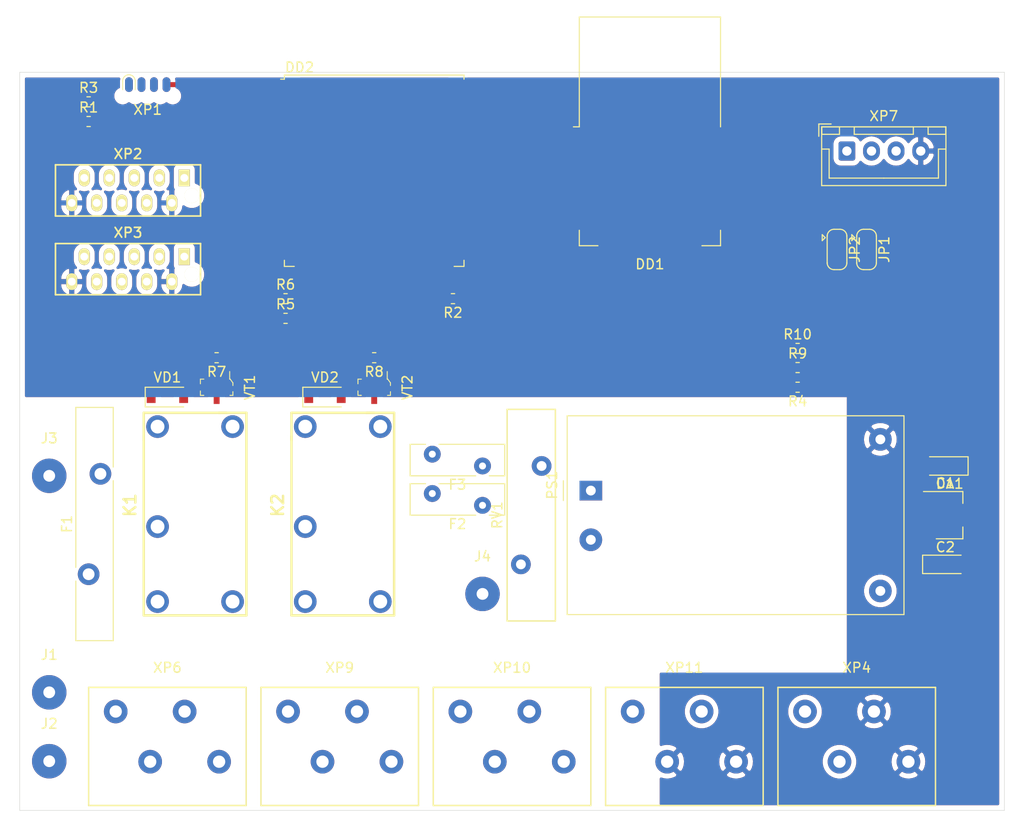
<source format=kicad_pcb>
(kicad_pcb (version 20171130) (host pcbnew 5.1.4+dfsg1-1)
  (title_block (title roller-controller) (company VEHQ) (comment 1 VEHQ-ROLLER-COTORLLER-V1) (comment 2 "Ermakov V.A.") (comment 3 "Ermakov V.A."))
  (layers (0 F.Cu signal) (31 B.Cu signal) (34 B.Paste user) (35 F.Paste user) (36 B.SilkS user) (37 F.SilkS user) (38 B.Mask user) (39 F.Mask user) (44 Edge.Cuts user))
  (net 0 "")
  (net 1 GND)
  (net 2 +5V)
  (net 3 +3V3)
  (net 4 /CC_TXD)
  (net 5 /CC_RXD)
  (net 6 /~CC_RST)
  (net 7 /CC_CFG0)
  (net 8 /CC_DC)
  (net 9 /CC_DD)
  (net 10 /CC_CFG1)
  (net 11 ~RESET)
  (net 12 BLK2)
  (net 13 ~RSNS)
  (net 14 D_BUSY)
  (net 15 BLK1)
  (net 16 D_DC)
  (net 17 ~S2_RST)
  (net 18 S2_ISR)
  (net 19 SCK)
  (net 20 MISO)
  (net 21 MOSI)
  (net 22 ~S2_CS)
  (net 23 GPIO2)
  (net 24 GPIO0)
  (net 25 /GPIO4)
  (net 26 PZ_RX)
  (net 27 ESP_RX)
  (net 28 ESP_TX)
  (net 29 PZ_TX)
  (net 30 ~D_CS)
  (net 31 K1_l)
  (net 32 /L_m)
  (net 33 /L_m2)
  (net 34 /L_lock1_2)
  (net 35 /L_m1)
  (net 36 K2_l)
  (net 37 /L_sp)
  (net 38 /N_c)
  (net 39 /N)
  (net 40 /L)
  (net 41 /L_c)
  (net 42 /L_sens)
  (net 43 Earth_Protective)
  (module Capacitor_Tantalum_SMD:CP_EIA-3216-10_Kemet-I (layer F.Cu) (at 194 140 180)
    (fp_text reference C1 (at 0 -1.75) (layer F.SilkS))
    (fp_text value 10.0)
    (fp_line (start -2.31 0.935) (end 1.6 0.935) (layer F.SilkS) (width 0.12))
    (fp_line (start -2.31 -0.935) (end -2.31 0.935) (layer F.SilkS) (width 0.12))
    (fp_line (start 1.6 -0.935) (end -2.31 -0.935) (layer F.SilkS) (width 0.12))
    (pad 2 smd roundrect (at 1.35 0 180) (size 1.4 1.35) (layers F.Cu F.Paste F.Mask) (roundrect_rratio 0.185185) (net 1 GND))
    (pad 1 smd roundrect (at -1.35 0 180) (size 1.4 1.35) (layers F.Cu F.Paste F.Mask) (roundrect_rratio 0.185185) (net 2 +5V))
  )
  (module Capacitor_Tantalum_SMD:CP_EIA-3216-10_Kemet-I (layer F.Cu) (at 194 150)
    (fp_text reference C2 (at 0 -1.75) (layer F.SilkS))
    (fp_text value 10.0)
    (fp_line (start 1.6 -0.935) (end -2.31 -0.935) (layer F.SilkS) (width 0.12))
    (fp_line (start -2.31 -0.935) (end -2.31 0.935) (layer F.SilkS) (width 0.12))
    (fp_line (start -2.31 0.935) (end 1.6 0.935) (layer F.SilkS) (width 0.12))
    (pad 1 smd roundrect (at -1.35 0) (size 1.4 1.35) (layers F.Cu F.Paste F.Mask) (roundrect_rratio 0.185185) (net 3 +3V3))
    (pad 2 smd roundrect (at 1.35 0) (size 1.4 1.35) (layers F.Cu F.Paste F.Mask) (roundrect_rratio 0.185185) (net 1 GND))
  )
  (module Package_TO_SOT_SMD:SOT-89-3 (layer F.Cu) (at 194 145)
    (fp_text reference DA1 (at 0.45 -3.2) (layer F.SilkS))
    (fp_text value HT7333-A)
    (fp_line (start 1.78 1.2) (end 1.78 2.4) (layer F.SilkS) (width 0.12))
    (fp_line (start 1.78 2.4) (end -0.92 2.4) (layer F.SilkS) (width 0.12))
    (fp_line (start -2.22 -2.4) (end 1.78 -2.4) (layer F.SilkS) (width 0.12))
    (fp_line (start 1.78 -2.4) (end 1.78 -1.2) (layer F.SilkS) (width 0.12))
    (pad 2 smd trapezoid (at 2.667 0 270) (size 1.6 0.85) (rect_delta 0 0.6) (layers F.Cu F.Paste F.Mask) (net 2 +5V))
    (pad 1 smd rect (at -1.48 -1.5 270) (size 1 1.5) (layers F.Cu F.Paste F.Mask) (net 1 GND))
    (pad 2 smd rect (at -1.3335 0 270) (size 1 1.8) (layers F.Cu F.Paste F.Mask) (net 2 +5V))
    (pad 3 smd rect (at -1.48 1.5 270) (size 1 1.5) (layers F.Cu F.Paste F.Mask) (net 3 +3V3))
    (pad 2 smd rect (at 1.3335 0 270) (size 2.2 1.84) (layers F.Cu F.Paste F.Mask) (net 2 +5V))
    (pad 2 smd trapezoid (at -0.0762 0 90) (size 1.5 1) (rect_delta 0 0.7) (layers F.Cu F.Paste F.Mask) (net 2 +5V))
  )
  (module RF_Module:E18-MS1-PCB (layer F.Cu) (at 164 106)
    (fp_text reference DD1 (at 0 13.5 180) (layer F.SilkS))
    (fp_text value E18-MS1-PCB)
    (fp_line (start -7.17 11.62) (end -7.17 10.05) (layer F.SilkS) (width 0.12))
    (fp_line (start -7.17 11.62) (end -5.28 11.62) (layer F.SilkS) (width 0.12))
    (fp_line (start 5.28 11.62) (end 7.17 11.62) (layer F.SilkS) (width 0.12))
    (fp_line (start 7.17 11.62) (end 7.17 10.05) (layer F.SilkS) (width 0.12))
    (fp_line (start 7.17 -0.46) (end 7.17 -11.62) (layer F.SilkS) (width 0.12))
    (fp_line (start 7.17 -11.62) (end -7.17 -11.62) (layer F.SilkS) (width 0.12))
    (fp_line (start -7.17 -11.62) (end -7.17 -0.46) (layer F.SilkS) (width 0.12))
    (fp_line (start -7.17 -0.46) (end -7.77 -0.46) (layer F.SilkS) (width 0.12))
    (pad 17 smd rect (at 7.05 9.24 90) (size 0.7 2) (layers F.Cu F.Paste F.Mask))
    (pad 18 smd rect (at 7.05 7.97 90) (size 0.7 2) (layers F.Cu F.Paste F.Mask))
    (pad 19 smd rect (at 7.05 6.7 90) (size 0.7 2) (layers F.Cu F.Paste F.Mask))
    (pad 20 smd rect (at 7.05 5.43 90) (size 0.7 2) (layers F.Cu F.Paste F.Mask) (net 4 /CC_TXD))
    (pad 21 smd rect (at 7.05 4.16 90) (size 0.7 2) (layers F.Cu F.Paste F.Mask) (net 5 /CC_RXD))
    (pad 22 smd rect (at 7.05 2.89 90) (size 0.7 2) (layers F.Cu F.Paste F.Mask))
    (pad 23 smd rect (at 7.05 1.62 90) (size 0.7 2) (layers F.Cu F.Paste F.Mask))
    (pad 24 smd rect (at 7.05 0.35 90) (size 0.7 2) (layers F.Cu F.Paste F.Mask) (net 6 /~CC_RST))
    (pad 9 smd rect (at -4.46 11.5 180) (size 0.7 2) (layers F.Cu F.Paste F.Mask))
    (pad 10 smd rect (at -3.19 11.5 180) (size 0.7 2) (layers F.Cu F.Paste F.Mask))
    (pad 11 smd rect (at -1.92 11.5 180) (size 0.7 2) (layers F.Cu F.Paste F.Mask))
    (pad 12 smd rect (at -0.65 11.5 180) (size 0.7 2) (layers F.Cu F.Paste F.Mask))
    (pad 13 smd rect (at 0.62 11.5 180) (size 0.7 2) (layers F.Cu F.Paste F.Mask) (net 7 /CC_CFG0))
    (pad 14 smd rect (at 1.89 11.5 180) (size 0.7 2) (layers F.Cu F.Paste F.Mask))
    (pad 15 smd rect (at 3.16 11.5 180) (size 0.7 2) (layers F.Cu F.Paste F.Mask))
    (pad 16 smd rect (at 4.43 11.5 180) (size 0.7 2) (layers F.Cu F.Paste F.Mask))
    (pad 1 smd rect (at -7.05 0.35 270) (size 0.7 2) (layers F.Cu F.Paste F.Mask) (net 1 GND))
    (pad 2 smd rect (at -7.05 1.62 270) (size 0.7 2) (layers F.Cu F.Paste F.Mask) (net 3 +3V3))
    (pad 3 smd rect (at -7.05 2.89 270) (size 0.7 2) (layers F.Cu F.Paste F.Mask) (net 8 /CC_DC))
    (pad 4 smd rect (at -7.05 4.16 270) (size 0.7 2) (layers F.Cu F.Paste F.Mask) (net 9 /CC_DD))
    (pad 5 smd rect (at -7.05 5.43 270) (size 0.7 2) (layers F.Cu F.Paste F.Mask) (net 10 /CC_CFG1))
    (pad 6 smd rect (at -7.05 6.7 270) (size 0.7 2) (layers F.Cu F.Paste F.Mask))
    (pad 7 smd rect (at -7.05 7.97 270) (size 0.7 2) (layers F.Cu F.Paste F.Mask))
    (pad 8 smd rect (at -7.05 9.24 270) (size 0.7 2) (layers F.Cu F.Paste F.Mask))
  )
  (module RF_Module:ESP32-WROOM-32U (layer F.Cu) (at 136 110)
    (fp_text reference DD2 (at -7.58 -10.5 180) (layer F.SilkS))
    (fp_text value ESP32-WROOM-32U)
    (fp_line (start -9.12 9.1) (end -9.12 9.72) (layer F.SilkS) (width 0.12))
    (fp_line (start -9.12 9.72) (end -8.12 9.72) (layer F.SilkS) (width 0.12))
    (fp_line (start 9.12 9.1) (end 9.12 9.72) (layer F.SilkS) (width 0.12))
    (fp_line (start 9.12 9.72) (end 8.12 9.72) (layer F.SilkS) (width 0.12))
    (fp_line (start -9.12 -9.72) (end 9.12 -9.72) (layer F.SilkS) (width 0.12))
    (fp_line (start 9.12 -9.72) (end 9.12 -9.3) (layer F.SilkS) (width 0.12))
    (fp_line (start -9.12 -9.72) (end -9.12 -9.3) (layer F.SilkS) (width 0.12))
    (fp_line (start -9.12 -9.3) (end -9.5 -9.3) (layer F.SilkS) (width 0.12))
    (pad 39 smd rect (at -1 -0.755) (size 5 5) (layers F.Cu F.Paste F.Mask))
    (pad 1 smd rect (at -8.5 -8.255) (size 2 0.9) (layers F.Cu F.Paste F.Mask) (net 1 GND))
    (pad 2 smd rect (at -8.5 -6.985) (size 2 0.9) (layers F.Cu F.Paste F.Mask) (net 3 +3V3))
    (pad 3 smd rect (at -8.5 -5.715) (size 2 0.9) (layers F.Cu F.Paste F.Mask) (net 11 ~RESET))
    (pad 4 smd rect (at -8.5 -4.445) (size 2 0.9) (layers F.Cu F.Paste F.Mask))
    (pad 5 smd rect (at -8.5 -3.175) (size 2 0.9) (layers F.Cu F.Paste F.Mask))
    (pad 6 smd rect (at -8.5 -1.905) (size 2 0.9) (layers F.Cu F.Paste F.Mask) (net 12 BLK2))
    (pad 7 smd rect (at -8.5 -0.635) (size 2 0.9) (layers F.Cu F.Paste F.Mask) (net 13 ~RSNS))
    (pad 8 smd rect (at -8.5 0.635) (size 2 0.9) (layers F.Cu F.Paste F.Mask) (net 14 D_BUSY))
    (pad 9 smd rect (at -8.5 1.905) (size 2 0.9) (layers F.Cu F.Paste F.Mask) (net 15 BLK1))
    (pad 10 smd rect (at -8.5 3.175) (size 2 0.9) (layers F.Cu F.Paste F.Mask) (net 16 D_DC))
    (pad 11 smd rect (at -8.5 4.445) (size 2 0.9) (layers F.Cu F.Paste F.Mask) (net 17 ~S2_RST))
    (pad 12 smd rect (at -8.5 5.715) (size 2 0.9) (layers F.Cu F.Paste F.Mask) (net 18 S2_ISR))
    (pad 13 smd rect (at -8.5 6.985) (size 2 0.9) (layers F.Cu F.Paste F.Mask) (net 19 SCK))
    (pad 14 smd rect (at -8.5 8.255) (size 2 0.9) (layers F.Cu F.Paste F.Mask) (net 20 MISO))
    (pad 15 smd rect (at -5.715 9.255 270) (size 2 0.9) (layers F.Cu F.Paste F.Mask) (net 1 GND))
    (pad 16 smd rect (at -4.445 9.255 90) (size 2 0.9) (layers F.Cu F.Paste F.Mask) (net 21 MOSI))
    (pad 17 smd rect (at -3.175 9.255 90) (size 2 0.9) (layers F.Cu F.Paste F.Mask))
    (pad 18 smd rect (at -1.905 9.255 90) (size 2 0.9) (layers F.Cu F.Paste F.Mask))
    (pad 19 smd rect (at -0.635 9.255 90) (size 2 0.9) (layers F.Cu F.Paste F.Mask))
    (pad 20 smd rect (at 0.635 9.255 90) (size 2 0.9) (layers F.Cu F.Paste F.Mask))
    (pad 21 smd rect (at 1.905 9.255 90) (size 2 0.9) (layers F.Cu F.Paste F.Mask))
    (pad 22 smd rect (at 3.175 9.255 90) (size 2 0.9) (layers F.Cu F.Paste F.Mask))
    (pad 23 smd rect (at 4.445 9.255 90) (size 2 0.9) (layers F.Cu F.Paste F.Mask) (net 22 ~S2_CS))
    (pad 24 smd rect (at 5.715 9.255 90) (size 2 0.9) (layers F.Cu F.Paste F.Mask) (net 23 GPIO2))
    (pad 25 smd rect (at 8.5 8.255) (size 2 0.9) (layers F.Cu F.Paste F.Mask) (net 24 GPIO0))
    (pad 26 smd rect (at 8.5 6.985) (size 2 0.9) (layers F.Cu F.Paste F.Mask) (net 25 /GPIO4))
    (pad 27 smd rect (at 8.5 5.715) (size 2 0.9) (layers F.Cu F.Paste F.Mask) (net 4 /CC_TXD))
    (pad 28 smd rect (at 8.5 4.445) (size 2 0.9) (layers F.Cu F.Paste F.Mask) (net 5 /CC_RXD))
    (pad 29 smd rect (at 8.5 3.175) (size 2 0.9) (layers F.Cu F.Paste F.Mask) (net 6 /~CC_RST))
    (pad 30 smd rect (at 8.5 1.905) (size 2 0.9) (layers F.Cu F.Paste F.Mask) (net 8 /CC_DC))
    (pad 31 smd rect (at 8.5 0.635) (size 2 0.9) (layers F.Cu F.Paste F.Mask) (net 9 /CC_DD))
    (pad 32 smd rect (at 8.5 -0.635) (size 2 0.9) (layers F.Cu F.Paste F.Mask))
    (pad 33 smd rect (at 8.5 -1.905) (size 2 0.9) (layers F.Cu F.Paste F.Mask) (net 26 PZ_RX))
    (pad 34 smd rect (at 8.5 -3.175) (size 2 0.9) (layers F.Cu F.Paste F.Mask) (net 27 ESP_RX))
    (pad 35 smd rect (at 8.5 -4.445) (size 2 0.9) (layers F.Cu F.Paste F.Mask) (net 28 ESP_TX))
    (pad 36 smd rect (at 8.5 -5.715) (size 2 0.9) (layers F.Cu F.Paste F.Mask) (net 29 PZ_TX))
    (pad 37 smd rect (at 8.5 -6.985) (size 2 0.9) (layers F.Cu F.Paste F.Mask) (net 30 ~D_CS))
    (pad 38 smd rect (at 8.5 -8.255) (size 2 0.9) (layers F.Cu F.Paste F.Mask) (net 1 GND))
  )
  (module smart-roller-gate-controller:PE014005 (layer F.Cu) (at 114 136 270)
    (fp_text reference K1 (at 7.98 2.8 90) (layer F.SilkS) (effects (font (size 1.2 1.2) (thickness 0.25))))
    (fp_text value PE014005 hide)
    (fp_line (start 19.18 0) (end 19.18 1.4) (layer F.SilkS) (width 0.25))
    (fp_line (start 19.18 1.4) (end 0.98 1.4) (layer F.SilkS) (width 0.25))
    (fp_line (start 19.18 -9.02) (end 19.18 0.78) (layer F.SilkS) (width 0.25))
    (fp_line (start 19.18 -9.02) (end 17.78 -9.02) (layer F.SilkS) (width 0.25))
    (fp_line (start -1.4 -9.02) (end 18.2 -9.02) (layer F.SilkS) (width 0.25))
    (fp_line (start -1.4 -9.02) (end -1.4 -6.22) (layer F.SilkS) (width 0.25))
    (fp_line (start -1.4 -7) (end -1.4 1.4) (layer F.SilkS) (width 0.25))
    (fp_line (start -1.4 1.4) (end 1.4 1.4) (layer F.SilkS) (width 0.25))
    (pad A1 thru_hole circle (at 0 0 270) (size 2.3 2.3) (drill 1.4) (layers *.Cu *.Mask) (net 2 +5V))
    (pad A2 thru_hole circle (at 0 -7.62 270) (size 2.3 2.3) (drill 1.4) (layers *.Cu *.Mask) (net 31 K1_l))
    (pad 11 thru_hole circle (at 10.16 0 270) (size 2.3 2.3) (drill 1.4) (layers *.Cu *.Mask) (net 32 /L_m))
    (pad 14 thru_hole circle (at 17.78 0 270) (size 2.3 2.3) (drill 1.4) (layers *.Cu *.Mask) (net 35 /L_m1))
    (pad 12 thru_hole circle (at 17.78 -7.62 270) (size 2.3 2.3) (drill 1.4) (layers *.Cu *.Mask) (net 34 /L_lock1_2))
  )
  (module smart-roller-gate-controller:PE014005 (layer F.Cu) (at 129 136 270)
    (fp_text reference K2 (at 7.98 2.8 90) (layer F.SilkS) (effects (font (size 1.2 1.2) (thickness 0.25))))
    (fp_text value PE014005 hide)
    (fp_line (start -1.4 1.4) (end 1.4 1.4) (layer F.SilkS) (width 0.25))
    (fp_line (start -1.4 -7) (end -1.4 1.4) (layer F.SilkS) (width 0.25))
    (fp_line (start -1.4 -9.02) (end -1.4 -6.22) (layer F.SilkS) (width 0.25))
    (fp_line (start -1.4 -9.02) (end 18.2 -9.02) (layer F.SilkS) (width 0.25))
    (fp_line (start 19.18 -9.02) (end 17.78 -9.02) (layer F.SilkS) (width 0.25))
    (fp_line (start 19.18 -9.02) (end 19.18 0.78) (layer F.SilkS) (width 0.25))
    (fp_line (start 19.18 1.4) (end 0.98 1.4) (layer F.SilkS) (width 0.25))
    (fp_line (start 19.18 0) (end 19.18 1.4) (layer F.SilkS) (width 0.25))
    (pad 12 thru_hole circle (at 17.78 -7.62 270) (size 2.3 2.3) (drill 1.4) (layers *.Cu *.Mask))
    (pad 14 thru_hole circle (at 17.78 0 270) (size 2.3 2.3) (drill 1.4) (layers *.Cu *.Mask) (net 33 /L_m2))
    (pad 11 thru_hole circle (at 10.16 0 270) (size 2.3 2.3) (drill 1.4) (layers *.Cu *.Mask) (net 34 /L_lock1_2))
    (pad A2 thru_hole circle (at 0 -7.62 270) (size 2.3 2.3) (drill 1.4) (layers *.Cu *.Mask) (net 36 K2_l))
    (pad A1 thru_hole circle (at 0 0 270) (size 2.3 2.3) (drill 1.4) (layers *.Cu *.Mask) (net 2 +5V))
  )
  (module Converter_ACDC:Converter_ACDC_HiLink_HLK-PMxx (layer F.Cu) (at 158 142.5)
    (fp_text reference PS1 (at -3.94 -0.55 90) (layer F.SilkS))
    (fp_text value HLK-PM01)
    (fp_line (start -2.4 -7.6) (end -2.4 12.6) (layer F.SilkS) (width 0.12))
    (fp_line (start -2.4 12.6) (end 31.8 12.6) (layer F.SilkS) (width 0.12))
    (fp_line (start 31.8 12.6) (end 31.8 -7.6) (layer F.SilkS) (width 0.12))
    (fp_line (start 31.8 -7.6) (end -2.4 -7.6) (layer F.SilkS) (width 0.12))
    (fp_line (start -2.79 -1) (end -2.79 1.01) (layer F.SilkS) (width 0.12))
    (pad 3 thru_hole circle (at 29.4 -5.2) (size 2.3 2.3) (drill 1) (layers *.Cu *.Mask) (net 1 GND))
    (pad 1 thru_hole rect (at 0 0) (size 2.3 2) (drill 1) (layers *.Cu *.Mask) (net 37 /L_sp))
    (pad 2 thru_hole circle (at 0 5) (size 2.3 2.3) (drill 1) (layers *.Cu *.Mask) (net 38 /N_c))
    (pad 4 thru_hole circle (at 29.4 10.2) (size 2.3 2.3) (drill 1) (layers *.Cu *.Mask) (net 2 +5V))
  )
  (module digikey-footprints:SOT-23-3 (layer F.Cu) (at 120 132 270)
    (fp_text reference VT1 (at 0.025 -3.375 90) (layer F.SilkS))
    (fp_text value BSS123)
    (fp_line (start -0.175 -1.65) (end -0.45 -1.65) (layer F.SilkS) (width 0.1))
    (fp_line (start -0.45 -1.65) (end -0.825 -1.375) (layer F.SilkS) (width 0.1))
    (fp_line (start -0.825 -1.375) (end -0.825 -1.325) (layer F.SilkS) (width 0.1))
    (fp_line (start -0.825 -1.325) (end -1.6 -1.325) (layer F.SilkS) (width 0.1))
    (fp_line (start -0.35 1.65) (end -0.825 1.65) (layer F.SilkS) (width 0.1))
    (fp_line (start -0.825 1.65) (end -0.825 1.3) (layer F.SilkS) (width 0.1))
    (fp_line (start 0.825 1.425) (end 0.825 1.3) (layer F.SilkS) (width 0.1))
    (fp_line (start 0.825 1.35) (end 0.825 1.65) (layer F.SilkS) (width 0.1))
    (fp_line (start 0.825 1.65) (end 0.375 1.65) (layer F.SilkS) (width 0.1))
    (fp_line (start 0.45 -1.65) (end 0.825 -1.65) (layer F.SilkS) (width 0.1))
    (fp_line (start 0.825 -1.65) (end 0.825 -1.35) (layer F.SilkS) (width 0.1))
    (pad 3 smd rect (at 1.05 0 270) (size 1.3 0.6) (layers F.Cu F.Paste F.Mask) (net 31 K1_l))
    (pad 2 smd rect (at -1.05 0.95 270) (size 1.3 0.6) (layers F.Cu F.Paste F.Mask) (net 1 GND))
    (pad 1 smd rect (at -1.05 -0.95 270) (size 1.3 0.6) (layers F.Cu F.Paste F.Mask) (net 23 GPIO2))
  )
  (module digikey-footprints:SOT-23-3 (layer F.Cu) (at 136 132 270)
    (fp_text reference VT2 (at 0.025 -3.375 90) (layer F.SilkS))
    (fp_text value BSS123)
    (fp_line (start 0.825 -1.65) (end 0.825 -1.35) (layer F.SilkS) (width 0.1))
    (fp_line (start 0.45 -1.65) (end 0.825 -1.65) (layer F.SilkS) (width 0.1))
    (fp_line (start 0.825 1.65) (end 0.375 1.65) (layer F.SilkS) (width 0.1))
    (fp_line (start 0.825 1.35) (end 0.825 1.65) (layer F.SilkS) (width 0.1))
    (fp_line (start 0.825 1.425) (end 0.825 1.3) (layer F.SilkS) (width 0.1))
    (fp_line (start -0.825 1.65) (end -0.825 1.3) (layer F.SilkS) (width 0.1))
    (fp_line (start -0.35 1.65) (end -0.825 1.65) (layer F.SilkS) (width 0.1))
    (fp_line (start -0.825 -1.325) (end -1.6 -1.325) (layer F.SilkS) (width 0.1))
    (fp_line (start -0.825 -1.375) (end -0.825 -1.325) (layer F.SilkS) (width 0.1))
    (fp_line (start -0.45 -1.65) (end -0.825 -1.375) (layer F.SilkS) (width 0.1))
    (fp_line (start -0.175 -1.65) (end -0.45 -1.65) (layer F.SilkS) (width 0.1))
    (pad 1 smd rect (at -1.05 -0.95 270) (size 1.3 0.6) (layers F.Cu F.Paste F.Mask) (net 25 /GPIO4))
    (pad 2 smd rect (at -1.05 0.95 270) (size 1.3 0.6) (layers F.Cu F.Paste F.Mask) (net 1 GND))
    (pad 3 smd rect (at 1.05 0 270) (size 1.3 0.6) (layers F.Cu F.Paste F.Mask) (net 36 K2_l))
  )
  (module SOICbite:SOIC_clipProgSmall (layer F.Cu) (at 113 100.5 180)
    (fp_text reference XP1 (at 0 -3.302) (layer F.SilkS))
    (fp_text value SOICbite)
    (fp_line (start 1.27 -0.381) (end 1.27 -1.27) (layer F.SilkS) (width 0.1))
    (fp_line (start 2.54 -0.381) (end 2.54 -1.27) (layer F.SilkS) (width 0.1))
    (fp_arc (start 1.905 -0.381) (end 2.54 -0.381) (angle 180) (layer F.SilkS) (width 0.1))
    (pad 5 smd oval (at -1.905 -0.75 180) (size 0.8 1.5) (layers B.Cu B.Mask) (net 27 ESP_RX))
    (pad 4 smd oval (at -1.905 -0.75 180) (size 0.8 1.5) (layers F.Cu F.Mask) (net 1 GND))
    (pad 3 smd oval (at -0.635 -0.75 180) (size 0.8 1.5) (layers F.Cu F.Mask) (net 23 GPIO2))
    (pad 2 smd oval (at 0.635 -0.75 180) (size 0.8 1.5) (layers F.Cu F.Mask) (net 24 GPIO0))
    (pad 1 smd oval (at 1.905 -0.75 180) (size 0.8 1.5) (layers F.Cu F.Mask) (net 3 +3V3))
    (pad 6 smd oval (at -0.635 -0.75 180) (size 0.8 1.5) (layers B.Cu B.Mask) (net 28 ESP_TX))
    (pad 7 smd oval (at 0.635 -0.75 180) (size 0.8 1.5) (layers B.Cu B.Mask))
    (pad 8 smd oval (at 1.905 -0.75 180) (size 0.8 1.5) (layers B.Cu B.Mask) (net 11 ~RESET))
    (pad "" np_thru_hole circle (at -2.54 -1.905 180) (size 0.7 0.7) (drill 0.7) (layers *.Cu *.Mask))
    (pad "" np_thru_hole circle (at -1.27 -1.905 180) (size 0.7 0.7) (drill 0.7) (layers *.Cu *.Mask))
    (pad "" np_thru_hole circle (at 0 -1.905 180) (size 0.7 0.7) (drill 0.7) (layers *.Cu *.Mask))
    (pad "" np_thru_hole circle (at 1.27 -1.905 180) (size 0.7 0.7) (drill 0.7) (layers *.Cu *.Mask))
    (pad "" np_thru_hole circle (at 2.54 -1.905 180) (size 0.7 0.7) (drill 0.7) (layers *.Cu *.Mask))
  )
  (module smart-roller-gate-controller:CONN-TE-MICROMATCH-5X2-PTH-BOSS (layer F.Cu) (at 111 112)
    (fp_text reference XP2 (at 0 -3.7) (layer F.SilkS) (effects (font (thickness 0.17))))
    (fp_text value DISPLAY)
    (fp_line (start -7.366 2.6) (end 7.366 2.6) (layer F.SilkS) (width 0.17))
    (fp_line (start -7.366 -2.6) (end 7.366 -2.6) (layer F.SilkS) (width 0.17))
    (fp_line (start -7.366 2.6) (end -7.366 -2.6) (layer F.SilkS) (width 0.17))
    (fp_line (start 7.366 2.6) (end 7.366 -2.6) (layer F.SilkS) (width 0.17))
    (pad 1 thru_hole rect (at 5.715 -1.27) (size 1.12 1.7) (drill 0.8) (layers *.Cu *.Mask F.SilkS) (net 3 +3V3))
    (pad 2 thru_hole oval (at 4.445 1.27) (size 1.12 1.7) (drill 0.8) (layers *.Cu *.Mask F.SilkS) (net 1 GND))
    (pad 3 thru_hole oval (at 3.175 -1.27) (size 1.12 1.7) (drill 0.8) (layers *.Cu *.Mask F.SilkS) (net 21 MOSI))
    (pad 4 thru_hole oval (at 1.905 1.27) (size 1.12 1.7) (drill 0.8) (layers *.Cu *.Mask F.SilkS) (net 19 SCK))
    (pad 5 thru_hole oval (at 0.635 -1.27) (size 1.12 1.7) (drill 0.8) (layers *.Cu *.Mask F.SilkS) (net 30 ~D_CS))
    (pad 6 thru_hole oval (at -0.635 1.27) (size 1.12 1.7) (drill 0.8) (layers *.Cu *.Mask F.SilkS) (net 16 D_DC))
    (pad 7 thru_hole oval (at -1.905 -1.27) (size 1.12 1.7) (drill 0.8) (layers *.Cu *.Mask F.SilkS) (net 24 GPIO0))
    (pad 8 thru_hole oval (at -3.175 1.27) (size 1.12 1.7) (drill 0.8) (layers *.Cu *.Mask F.SilkS) (net 14 D_BUSY))
    (pad 9 thru_hole oval (at -4.445 -1.27) (size 1.12 1.7) (drill 0.8) (layers *.Cu *.Mask F.SilkS) (net 2 +5V))
    (pad 10 thru_hole oval (at -5.715 1.27) (size 1.12 1.7) (drill 0.8) (layers *.Cu *.Mask F.SilkS) (net 1 GND))
    (pad "" np_thru_hole circle (at 6.48 0.53) (size 1.5 1.5) (drill 1.5) (layers *.Cu *.Mask F.SilkS))
  )
  (module smart-roller-gate-controller:CONN-TE-MICROMATCH-5X2-PTH-BOSS (layer F.Cu) (at 111 120)
    (fp_text reference XP3 (at 0 -3.7) (layer F.SilkS) (effects (font (thickness 0.17))))
    (fp_text value SPI)
    (fp_line (start 7.366 2.6) (end 7.366 -2.6) (layer F.SilkS) (width 0.17))
    (fp_line (start -7.366 2.6) (end -7.366 -2.6) (layer F.SilkS) (width 0.17))
    (fp_line (start -7.366 -2.6) (end 7.366 -2.6) (layer F.SilkS) (width 0.17))
    (fp_line (start -7.366 2.6) (end 7.366 2.6) (layer F.SilkS) (width 0.17))
    (pad "" np_thru_hole circle (at 6.48 0.53) (size 1.5 1.5) (drill 1.5) (layers *.Cu *.Mask F.SilkS))
    (pad 10 thru_hole oval (at -5.715 1.27) (size 1.12 1.7) (drill 0.8) (layers *.Cu *.Mask F.SilkS) (net 1 GND))
    (pad 9 thru_hole oval (at -4.445 -1.27) (size 1.12 1.7) (drill 0.8) (layers *.Cu *.Mask F.SilkS) (net 2 +5V))
    (pad 8 thru_hole oval (at -3.175 1.27) (size 1.12 1.7) (drill 0.8) (layers *.Cu *.Mask F.SilkS) (net 18 S2_ISR))
    (pad 7 thru_hole oval (at -1.905 -1.27) (size 1.12 1.7) (drill 0.8) (layers *.Cu *.Mask F.SilkS) (net 17 ~S2_RST))
    (pad 6 thru_hole oval (at -0.635 1.27) (size 1.12 1.7) (drill 0.8) (layers *.Cu *.Mask F.SilkS) (net 20 MISO))
    (pad 5 thru_hole oval (at 0.635 -1.27) (size 1.12 1.7) (drill 0.8) (layers *.Cu *.Mask F.SilkS) (net 22 ~S2_CS))
    (pad 4 thru_hole oval (at 1.905 1.27) (size 1.12 1.7) (drill 0.8) (layers *.Cu *.Mask F.SilkS) (net 19 SCK))
    (pad 3 thru_hole oval (at 3.175 -1.27) (size 1.12 1.7) (drill 0.8) (layers *.Cu *.Mask F.SilkS) (net 21 MOSI))
    (pad 2 thru_hole oval (at 4.445 1.27) (size 1.12 1.7) (drill 0.8) (layers *.Cu *.Mask F.SilkS) (net 1 GND))
    (pad 1 thru_hole rect (at 5.715 -1.27) (size 1.12 1.7) (drill 0.8) (layers *.Cu *.Mask F.SilkS) (net 3 +3V3))
  )
  (module Connector_JST:JST_XH_B4B-XH-A_1x04_P2.50mm_Vertical (layer F.Cu) (at 184 108)
    (fp_text reference XP7 (at 3.75 -3.55) (layer F.SilkS))
    (fp_text value Conn_01x04)
    (fp_line (start -2.56 -2.46) (end -2.56 3.51) (layer F.SilkS) (width 0.12))
    (fp_line (start -2.56 3.51) (end 10.06 3.51) (layer F.SilkS) (width 0.12))
    (fp_line (start 10.06 3.51) (end 10.06 -2.46) (layer F.SilkS) (width 0.12))
    (fp_line (start 10.06 -2.46) (end -2.56 -2.46) (layer F.SilkS) (width 0.12))
    (fp_line (start 0.75 -2.45) (end 0.75 -1.7) (layer F.SilkS) (width 0.12))
    (fp_line (start 0.75 -1.7) (end 6.75 -1.7) (layer F.SilkS) (width 0.12))
    (fp_line (start 6.75 -1.7) (end 6.75 -2.45) (layer F.SilkS) (width 0.12))
    (fp_line (start 6.75 -2.45) (end 0.75 -2.45) (layer F.SilkS) (width 0.12))
    (fp_line (start -2.55 -2.45) (end -2.55 -1.7) (layer F.SilkS) (width 0.12))
    (fp_line (start -2.55 -1.7) (end -0.75 -1.7) (layer F.SilkS) (width 0.12))
    (fp_line (start -0.75 -1.7) (end -0.75 -2.45) (layer F.SilkS) (width 0.12))
    (fp_line (start -0.75 -2.45) (end -2.55 -2.45) (layer F.SilkS) (width 0.12))
    (fp_line (start 8.25 -2.45) (end 8.25 -1.7) (layer F.SilkS) (width 0.12))
    (fp_line (start 8.25 -1.7) (end 10.05 -1.7) (layer F.SilkS) (width 0.12))
    (fp_line (start 10.05 -1.7) (end 10.05 -2.45) (layer F.SilkS) (width 0.12))
    (fp_line (start 10.05 -2.45) (end 8.25 -2.45) (layer F.SilkS) (width 0.12))
    (fp_line (start -2.55 -0.2) (end -1.8 -0.2) (layer F.SilkS) (width 0.12))
    (fp_line (start -1.8 -0.2) (end -1.8 2.75) (layer F.SilkS) (width 0.12))
    (fp_line (start -1.8 2.75) (end 3.75 2.75) (layer F.SilkS) (width 0.12))
    (fp_line (start 10.05 -0.2) (end 9.3 -0.2) (layer F.SilkS) (width 0.12))
    (fp_line (start 9.3 -0.2) (end 9.3 2.75) (layer F.SilkS) (width 0.12))
    (fp_line (start 9.3 2.75) (end 3.75 2.75) (layer F.SilkS) (width 0.12))
    (fp_line (start -1.6 -2.75) (end -2.85 -2.75) (layer F.SilkS) (width 0.12))
    (fp_line (start -2.85 -2.75) (end -2.85 -1.5) (layer F.SilkS) (width 0.12))
    (pad 1 thru_hole roundrect (at 0 0) (size 1.7 1.95) (drill 0.95) (layers *.Cu *.Mask) (roundrect_rratio 0.147059) (net 3 +3V3))
    (pad 2 thru_hole oval (at 2.5 0) (size 1.7 1.95) (drill 0.95) (layers *.Cu *.Mask) (net 26 PZ_RX))
    (pad 3 thru_hole oval (at 5 0) (size 1.7 1.95) (drill 0.95) (layers *.Cu *.Mask) (net 29 PZ_TX))
    (pad 4 thru_hole oval (at 7.5 0) (size 1.7 1.95) (drill 0.95) (layers *.Cu *.Mask) (net 1 GND))
  )
  (module Fuse:Fuse_Bourns_MF-RHT1300 (layer F.Cu) (at 107 151 90)
    (fp_text reference F1 (at 5.1 -2.2 90) (layer F.SilkS))
    (fp_text value "Polyfuse 2.5A")
    (fp_line (start -6.75 -1.301) (end -0.693 -1.301) (layer F.SilkS) (width 0.12))
    (fp_line (start 0.693 -1.301) (end 16.951 -1.301) (layer F.SilkS) (width 0.12))
    (fp_line (start -6.75 2.5) (end 9.508 2.5) (layer F.SilkS) (width 0.12))
    (fp_line (start 10.893 2.5) (end 16.951 2.5) (layer F.SilkS) (width 0.12))
    (fp_line (start -6.75 -1.301) (end -6.75 2.5) (layer F.SilkS) (width 0.12))
    (fp_line (start 16.951 -1.301) (end 16.951 2.5) (layer F.SilkS) (width 0.12))
    (pad 1 thru_hole circle (at 0 0 90) (size 2.2 2.2) (drill 1.2) (layers *.Cu *.Mask) (net 32 /L_m))
    (pad 2 thru_hole circle (at 10.2 1.2 90) (size 2.2 2.2) (drill 1.2) (layers *.Cu *.Mask) (net 41 /L_c))
  )
  (module Fuse:Fuse_Bourns_MF-RHT200 (layer F.Cu) (at 147 144 180)
    (fp_text reference F2 (at 2.55 -1.9) (layer F.SilkS))
    (fp_text value "Polyfuse 0.3A")
    (fp_line (start -2.251 -1) (end -0.689 -1) (layer F.SilkS) (width 0.12))
    (fp_line (start 0.689 -1) (end 7.35 -1) (layer F.SilkS) (width 0.12))
    (fp_line (start -2.251 2.2) (end 4.412 2.2) (layer F.SilkS) (width 0.12))
    (fp_line (start 5.789 2.2) (end 7.35 2.2) (layer F.SilkS) (width 0.12))
    (fp_line (start -2.251 -1) (end -2.251 2.2) (layer F.SilkS) (width 0.12))
    (fp_line (start 7.35 -1) (end 7.35 2.2) (layer F.SilkS) (width 0.12))
    (pad 1 thru_hole circle (at 0 0 180) (size 1.71 1.71) (drill 0.71) (layers *.Cu *.Mask) (net 42 /L_sens))
    (pad 2 thru_hole circle (at 5.1 1.2 180) (size 1.71 1.71) (drill 0.71) (layers *.Cu *.Mask) (net 41 /L_c))
  )
  (module Fuse:Fuse_Bourns_MF-RHT200 (layer F.Cu) (at 147 140 180)
    (fp_text reference F3 (at 2.55 -1.9) (layer F.SilkS))
    (fp_text value "Polyfuse 0.3A")
    (fp_line (start 7.35 -1) (end 7.35 2.2) (layer F.SilkS) (width 0.12))
    (fp_line (start -2.251 -1) (end -2.251 2.2) (layer F.SilkS) (width 0.12))
    (fp_line (start 5.789 2.2) (end 7.35 2.2) (layer F.SilkS) (width 0.12))
    (fp_line (start -2.251 2.2) (end 4.412 2.2) (layer F.SilkS) (width 0.12))
    (fp_line (start 0.689 -1) (end 7.35 -1) (layer F.SilkS) (width 0.12))
    (fp_line (start -2.251 -1) (end -0.689 -1) (layer F.SilkS) (width 0.12))
    (pad 2 thru_hole circle (at 5.1 1.2 180) (size 1.71 1.71) (drill 0.71) (layers *.Cu *.Mask) (net 41 /L_c))
    (pad 1 thru_hole circle (at 0 0 180) (size 1.71 1.71) (drill 0.71) (layers *.Cu *.Mask) (net 37 /L_sp))
  )
  (module Jumper:SolderJumper-3_P1.3mm_Open_RoundedPad1.0x1.5mm (layer F.Cu) (at 186 118 270)
    (fp_text reference JP1 (at 0 -1.8 90) (layer F.SilkS))
    (fp_text value Jumper_NC_Dual)
    (fp_arc (start -1.35 -0.3) (end -1.35 -1) (angle -90) (layer F.SilkS) (width 0.12))
    (fp_arc (start -1.35 0.3) (end -2.05 0.3) (angle -90) (layer F.SilkS) (width 0.12))
    (fp_arc (start 1.35 0.3) (end 1.35 1) (angle -90) (layer F.SilkS) (width 0.12))
    (fp_arc (start 1.35 -0.3) (end 2.05 -0.3) (angle -90) (layer F.SilkS) (width 0.12))
    (fp_line (start -1.4 -1) (end 1.4 -1) (layer F.SilkS) (width 0.12))
    (fp_line (start 2.05 -0.3) (end 2.05 0.3) (layer F.SilkS) (width 0.12))
    (fp_line (start 1.4 1) (end -1.4 1) (layer F.SilkS) (width 0.12))
    (fp_line (start -2.05 0.3) (end -2.05 -0.3) (layer F.SilkS) (width 0.12))
    (fp_line (start -1.2 1.2) (end -1.5 1.5) (layer F.SilkS) (width 0.12))
    (fp_line (start -1.5 1.5) (end -0.9 1.5) (layer F.SilkS) (width 0.12))
    (fp_line (start -1.2 1.2) (end -0.9 1.5) (layer F.SilkS) (width 0.12))
    (pad 2 smd rect (at 0 0 270) (size 1 1.5) (layers F.Cu F.Mask) (net 7 /CC_CFG0))
    (pad 3 smd custom (at 1.3 0 270) (size 1 0.5) (layers F.Cu F.Mask) (net 1 GND) (options (clearance outline) (anchor rect)) (primitives (gr_circle (center 0 0.25) (end 0.5 0.25) (width 0)) (gr_circle (center 0 -0.25) (end 0.5 -0.25) (width 0)) (gr_poly (pts (xy -0.55 -0.75) (xy 0 -0.75) (xy 0 0.75) (xy -0.55 0.75)) (width 0))))
    (pad 1 smd custom (at -1.3 0 270) (size 1 0.5) (layers F.Cu F.Mask) (net 3 +3V3) (options (clearance outline) (anchor rect)) (primitives (gr_circle (center 0 0.25) (end 0.5 0.25) (width 0)) (gr_circle (center 0 -0.25) (end 0.5 -0.25) (width 0)) (gr_poly (pts (xy 0.55 -0.75) (xy 0 -0.75) (xy 0 0.75) (xy 0.55 0.75)) (width 0))))
  )
  (module Jumper:SolderJumper-3_P1.3mm_Open_RoundedPad1.0x1.5mm (layer F.Cu) (at 183 118 270)
    (fp_text reference JP2 (at 0 -1.8 90) (layer F.SilkS))
    (fp_text value Jumper_NC_Dual)
    (fp_line (start -1.2 1.2) (end -0.9 1.5) (layer F.SilkS) (width 0.12))
    (fp_line (start -1.5 1.5) (end -0.9 1.5) (layer F.SilkS) (width 0.12))
    (fp_line (start -1.2 1.2) (end -1.5 1.5) (layer F.SilkS) (width 0.12))
    (fp_line (start -2.05 0.3) (end -2.05 -0.3) (layer F.SilkS) (width 0.12))
    (fp_line (start 1.4 1) (end -1.4 1) (layer F.SilkS) (width 0.12))
    (fp_line (start 2.05 -0.3) (end 2.05 0.3) (layer F.SilkS) (width 0.12))
    (fp_line (start -1.4 -1) (end 1.4 -1) (layer F.SilkS) (width 0.12))
    (fp_arc (start 1.35 -0.3) (end 2.05 -0.3) (angle -90) (layer F.SilkS) (width 0.12))
    (fp_arc (start 1.35 0.3) (end 1.35 1) (angle -90) (layer F.SilkS) (width 0.12))
    (fp_arc (start -1.35 0.3) (end -2.05 0.3) (angle -90) (layer F.SilkS) (width 0.12))
    (fp_arc (start -1.35 -0.3) (end -1.35 -1) (angle -90) (layer F.SilkS) (width 0.12))
    (pad 1 smd custom (at -1.3 0 270) (size 1 0.5) (layers F.Cu F.Mask) (net 3 +3V3) (options (clearance outline) (anchor rect)) (primitives (gr_circle (center 0 0.25) (end 0.5 0.25) (width 0)) (gr_circle (center 0 -0.25) (end 0.5 -0.25) (width 0)) (gr_poly (pts (xy 0.55 -0.75) (xy 0 -0.75) (xy 0 0.75) (xy 0.55 0.75)) (width 0))))
    (pad 3 smd custom (at 1.3 0 270) (size 1 0.5) (layers F.Cu F.Mask) (net 1 GND) (options (clearance outline) (anchor rect)) (primitives (gr_circle (center 0 0.25) (end 0.5 0.25) (width 0)) (gr_circle (center 0 -0.25) (end 0.5 -0.25) (width 0)) (gr_poly (pts (xy -0.55 -0.75) (xy 0 -0.75) (xy 0 0.75) (xy -0.55 0.75)) (width 0))))
    (pad 2 smd rect (at 0 0 270) (size 1 1.5) (layers F.Cu F.Mask) (net 10 /CC_CFG1))
  )
  (module Resistor_SMD:R_0603_1608Metric_Pad1.05x0.95mm_HandSolder (layer F.Cu) (at 107 105)
    (fp_text reference R1 (at 0 -1.43) (layer F.SilkS))
    (fp_text value n/c)
    (fp_line (start -0.171267 -0.51) (end 0.171267 -0.51) (layer F.SilkS) (width 0.12))
    (fp_line (start -0.171267 0.51) (end 0.171267 0.51) (layer F.SilkS) (width 0.12))
    (pad 1 smd roundrect (at -0.875 0) (size 1.05 0.95) (layers F.Cu F.Paste F.Mask) (net 3 +3V3))
    (pad 2 smd roundrect (at 0.875 0) (size 1.05 0.95) (layers F.Cu F.Paste F.Mask) (net 24 GPIO0))
  )
  (module Resistor_SMD:R_0603_1608Metric_Pad1.05x0.95mm_HandSolder (layer F.Cu) (at 144 123 180)
    (fp_text reference R2 (at 0 -1.43) (layer F.SilkS))
    (fp_text value n/c)
    (fp_line (start -0.171267 0.51) (end 0.171267 0.51) (layer F.SilkS) (width 0.12))
    (fp_line (start -0.171267 -0.51) (end 0.171267 -0.51) (layer F.SilkS) (width 0.12))
    (pad 2 smd roundrect (at 0.875 0 180) (size 1.05 0.95) (layers F.Cu F.Paste F.Mask) (net 22 ~S2_CS))
    (pad 1 smd roundrect (at -0.875 0 180) (size 1.05 0.95) (layers F.Cu F.Paste F.Mask) (net 3 +3V3))
  )
  (module Resistor_SMD:R_0603_1608Metric_Pad1.05x0.95mm_HandSolder (layer F.Cu) (at 107 103)
    (fp_text reference R3 (at 0 -1.43) (layer F.SilkS))
    (fp_text value 10k)
    (fp_line (start -0.171267 0.51) (end 0.171267 0.51) (layer F.SilkS) (width 0.12))
    (fp_line (start -0.171267 -0.51) (end 0.171267 -0.51) (layer F.SilkS) (width 0.12))
    (pad 2 smd roundrect (at 0.875 0) (size 1.05 0.95) (layers F.Cu F.Paste F.Mask) (net 11 ~RESET))
    (pad 1 smd roundrect (at -0.875 0) (size 1.05 0.95) (layers F.Cu F.Paste F.Mask) (net 3 +3V3))
  )
  (module Resistor_SMD:R_0603_1608Metric_Pad1.05x0.95mm_HandSolder (layer F.Cu) (at 179 132 180)
    (fp_text reference R4 (at 0 -1.43) (layer F.SilkS))
    (fp_text value 4.7k)
    (fp_line (start -0.171267 -0.51) (end 0.171267 -0.51) (layer F.SilkS) (width 0.12))
    (fp_line (start -0.171267 0.51) (end 0.171267 0.51) (layer F.SilkS) (width 0.12))
    (pad 1 smd roundrect (at -0.875 0 180) (size 1.05 0.95) (layers F.Cu F.Paste F.Mask) (net 3 +3V3))
    (pad 2 smd roundrect (at 0.875 0 180) (size 1.05 0.95) (layers F.Cu F.Paste F.Mask) (net 13 ~RSNS))
  )
  (module Resistor_SMD:R_0603_1608Metric_Pad1.05x0.95mm_HandSolder (layer F.Cu) (at 127 125)
    (fp_text reference R5 (at 0 -1.43) (layer F.SilkS))
    (fp_text value 10k)
    (fp_line (start -0.171267 -0.51) (end 0.171267 -0.51) (layer F.SilkS) (width 0.12))
    (fp_line (start -0.171267 0.51) (end 0.171267 0.51) (layer F.SilkS) (width 0.12))
    (pad 1 smd roundrect (at -0.875 0) (size 1.05 0.95) (layers F.Cu F.Paste F.Mask) (net 17 ~S2_RST))
    (pad 2 smd roundrect (at 0.875 0) (size 1.05 0.95) (layers F.Cu F.Paste F.Mask) (net 1 GND))
  )
  (module Resistor_SMD:R_0603_1608Metric_Pad1.05x0.95mm_HandSolder (layer F.Cu) (at 127 123)
    (fp_text reference R6 (at 0 -1.43) (layer F.SilkS))
    (fp_text value n/c)
    (fp_line (start -0.171267 0.51) (end 0.171267 0.51) (layer F.SilkS) (width 0.12))
    (fp_line (start -0.171267 -0.51) (end 0.171267 -0.51) (layer F.SilkS) (width 0.12))
    (pad 2 smd roundrect (at 0.875 0) (size 1.05 0.95) (layers F.Cu F.Paste F.Mask) (net 1 GND))
    (pad 1 smd roundrect (at -0.875 0) (size 1.05 0.95) (layers F.Cu F.Paste F.Mask) (net 20 MISO))
  )
  (module Resistor_SMD:R_0603_1608Metric_Pad1.05x0.95mm_HandSolder (layer F.Cu) (at 120 129 180)
    (fp_text reference R7 (at 0 -1.43) (layer F.SilkS))
    (fp_text value 10k)
    (fp_line (start -0.171267 -0.51) (end 0.171267 -0.51) (layer F.SilkS) (width 0.12))
    (fp_line (start -0.171267 0.51) (end 0.171267 0.51) (layer F.SilkS) (width 0.12))
    (pad 1 smd roundrect (at -0.875 0 180) (size 1.05 0.95) (layers F.Cu F.Paste F.Mask) (net 23 GPIO2))
    (pad 2 smd roundrect (at 0.875 0 180) (size 1.05 0.95) (layers F.Cu F.Paste F.Mask) (net 1 GND))
  )
  (module Resistor_SMD:R_0603_1608Metric_Pad1.05x0.95mm_HandSolder (layer F.Cu) (at 136 129 180)
    (fp_text reference R8 (at 0 -1.43) (layer F.SilkS))
    (fp_text value 10k)
    (fp_line (start -0.171267 0.51) (end 0.171267 0.51) (layer F.SilkS) (width 0.12))
    (fp_line (start -0.171267 -0.51) (end 0.171267 -0.51) (layer F.SilkS) (width 0.12))
    (pad 2 smd roundrect (at 0.875 0 180) (size 1.05 0.95) (layers F.Cu F.Paste F.Mask) (net 1 GND))
    (pad 1 smd roundrect (at -0.875 0 180) (size 1.05 0.95) (layers F.Cu F.Paste F.Mask) (net 25 /GPIO4))
  )
  (module Resistor_SMD:R_0603_1608Metric_Pad1.05x0.95mm_HandSolder (layer F.Cu) (at 179 130)
    (fp_text reference R9 (at 0 -1.43) (layer F.SilkS))
    (fp_text value 4.7k)
    (fp_line (start -0.171267 -0.51) (end 0.171267 -0.51) (layer F.SilkS) (width 0.12))
    (fp_line (start -0.171267 0.51) (end 0.171267 0.51) (layer F.SilkS) (width 0.12))
    (pad 1 smd roundrect (at -0.875 0) (size 1.05 0.95) (layers F.Cu F.Paste F.Mask) (net 12 BLK2))
    (pad 2 smd roundrect (at 0.875 0) (size 1.05 0.95) (layers F.Cu F.Paste F.Mask) (net 3 +3V3))
  )
  (module Resistor_SMD:R_0603_1608Metric_Pad1.05x0.95mm_HandSolder (layer F.Cu) (at 179 128.055001)
    (fp_text reference R10 (at 0 -1.43) (layer F.SilkS))
    (fp_text value 4.7k)
    (fp_line (start -0.171267 0.51) (end 0.171267 0.51) (layer F.SilkS) (width 0.12))
    (fp_line (start -0.171267 -0.51) (end 0.171267 -0.51) (layer F.SilkS) (width 0.12))
    (pad 2 smd roundrect (at 0.875 0) (size 1.05 0.95) (layers F.Cu F.Paste F.Mask) (net 3 +3V3))
    (pad 1 smd roundrect (at -0.875 0) (size 1.05 0.95) (layers F.Cu F.Paste F.Mask) (net 15 BLK1))
  )
  (module Varistor:RV_Disc_D21.5mm_W4.9mm_P10mm (layer F.Cu) (at 153 140 270)
    (fp_text reference RV1 (at 5 4.5 90) (layer F.SilkS))
    (fp_text value 440V)
    (fp_line (start -5.75 3.5) (end 15.75 3.5) (layer F.SilkS) (width 0.15))
    (fp_line (start -5.75 -1.4) (end 15.75 -1.4) (layer F.SilkS) (width 0.15))
    (fp_line (start 15.75 -1.4) (end 15.75 3.5) (layer F.SilkS) (width 0.15))
    (fp_line (start -5.75 -1.4) (end -5.75 3.5) (layer F.SilkS) (width 0.15))
    (pad 1 thru_hole circle (at 0 0 270) (size 2 2) (drill 1) (layers *.Cu *.Mask) (net 37 /L_sp))
    (pad 2 thru_hole circle (at 10 2.1 270) (size 2 2) (drill 1) (layers *.Cu *.Mask) (net 38 /N_c))
  )
  (module Diode_SMD:D_SOD-123 (layer F.Cu) (at 115 133)
    (fp_text reference VD1 (at 0 -2) (layer F.SilkS))
    (fp_text value D)
    (fp_line (start -2.25 -1) (end -2.25 1) (layer F.SilkS) (width 0.12))
    (fp_line (start -2.25 1) (end 1.65 1) (layer F.SilkS) (width 0.12))
    (fp_line (start -2.25 -1) (end 1.65 -1) (layer F.SilkS) (width 0.12))
    (pad 1 smd rect (at -1.65 0) (size 0.9 1.2) (layers F.Cu F.Paste F.Mask) (net 2 +5V))
    (pad 2 smd rect (at 1.65 0) (size 0.9 1.2) (layers F.Cu F.Paste F.Mask) (net 31 K1_l))
  )
  (module Diode_SMD:D_SOD-123 (layer F.Cu) (at 131 133)
    (fp_text reference VD2 (at 0 -2) (layer F.SilkS))
    (fp_text value D)
    (fp_line (start -2.25 -1) (end 1.65 -1) (layer F.SilkS) (width 0.12))
    (fp_line (start -2.25 1) (end 1.65 1) (layer F.SilkS) (width 0.12))
    (fp_line (start -2.25 -1) (end -2.25 1) (layer F.SilkS) (width 0.12))
    (pad 2 smd rect (at 1.65 0) (size 0.9 1.2) (layers F.Cu F.Paste F.Mask) (net 36 K2_l))
    (pad 1 smd rect (at -1.65 0) (size 0.9 1.2) (layers F.Cu F.Paste F.Mask) (net 2 +5V))
  )
  (module smart-roller-gate-controller:CONN-KF250-BA-4 (layer F.Cu) (at 185 167.5)
    (fp_text reference XP4 (at 0 -7) (layer F.SilkS))
    (fp_text value "ROLLER SENSOR")
    (fp_line (start -8 -5) (end 8 -5) (layer F.SilkS) (width 0.15))
    (fp_line (start 8 -5) (end 8 7) (layer F.SilkS) (width 0.15))
    (fp_line (start 8 7) (end -8 7) (layer F.SilkS) (width 0.15))
    (fp_line (start -8 7) (end -8 -5) (layer F.SilkS) (width 0.15))
    (pad 1 thru_hole circle (at -5.25 -2.55) (size 2.4 2.4) (drill 1.25) (layers *.Cu *.Mask) (net 2 +5V))
    (pad 2 thru_hole circle (at -1.75 2.55) (size 2.4 2.4) (drill 1.25) (layers *.Cu *.Mask) (net 13 ~RSNS))
    (pad 3 thru_hole circle (at 1.75 -2.55) (size 2.4 2.4) (drill 1.25) (layers *.Cu *.Mask) (net 1 GND))
    (pad 4 thru_hole circle (at 5.25 2.55) (size 2.4 2.4) (drill 1.25) (layers *.Cu *.Mask) (net 1 GND))
  )
  (module smart-roller-gate-controller:CONN-KF250-BA-4 (layer F.Cu) (at 115 167.5)
    (fp_text reference XP6 (at 0 -7) (layer F.SilkS))
    (fp_text value MAINS)
    (fp_line (start -8 7) (end -8 -5) (layer F.SilkS) (width 0.15))
    (fp_line (start 8 7) (end -8 7) (layer F.SilkS) (width 0.15))
    (fp_line (start 8 -5) (end 8 7) (layer F.SilkS) (width 0.15))
    (fp_line (start -8 -5) (end 8 -5) (layer F.SilkS) (width 0.15))
    (pad 4 thru_hole circle (at 5.25 2.55) (size 2.4 2.4) (drill 1.25) (layers *.Cu *.Mask) (net 43 Earth_Protective))
    (pad 3 thru_hole circle (at 1.75 -2.55) (size 2.4 2.4) (drill 1.25) (layers *.Cu *.Mask) (net 43 Earth_Protective))
    (pad 2 thru_hole circle (at -1.75 2.55) (size 2.4 2.4) (drill 1.25) (layers *.Cu *.Mask) (net 39 /N))
    (pad 1 thru_hole circle (at -5.25 -2.55) (size 2.4 2.4) (drill 1.25) (layers *.Cu *.Mask) (net 40 /L))
  )
  (module smart-roller-gate-controller:CONN-KF250-BA-4 (layer F.Cu) (at 132.5 167.5)
    (fp_text reference XP9 (at 0 -7) (layer F.SilkS))
    (fp_text value "ROLLER MOTOR")
    (fp_line (start -8 7) (end -8 -5) (layer F.SilkS) (width 0.15))
    (fp_line (start 8 7) (end -8 7) (layer F.SilkS) (width 0.15))
    (fp_line (start 8 -5) (end 8 7) (layer F.SilkS) (width 0.15))
    (fp_line (start -8 -5) (end 8 -5) (layer F.SilkS) (width 0.15))
    (pad 4 thru_hole circle (at 5.25 2.55) (size 2.4 2.4) (drill 1.25) (layers *.Cu *.Mask) (net 38 /N_c))
    (pad 3 thru_hole circle (at 1.75 -2.55) (size 2.4 2.4) (drill 1.25) (layers *.Cu *.Mask) (net 33 /L_m2))
    (pad 2 thru_hole circle (at -1.75 2.55) (size 2.4 2.4) (drill 1.25) (layers *.Cu *.Mask) (net 35 /L_m1))
    (pad 1 thru_hole circle (at -5.25 -2.55) (size 2.4 2.4) (drill 1.25) (layers *.Cu *.Mask) (net 43 Earth_Protective))
  )
  (module smart-roller-gate-controller:CONN-KF250-BA-4 (layer F.Cu) (at 150 167.5)
    (fp_text reference XP10 (at 0 -7) (layer F.SilkS))
    (fp_text value "FENCE SENSOR POWER")
    (fp_line (start -8 -5) (end 8 -5) (layer F.SilkS) (width 0.15))
    (fp_line (start 8 -5) (end 8 7) (layer F.SilkS) (width 0.15))
    (fp_line (start 8 7) (end -8 7) (layer F.SilkS) (width 0.15))
    (fp_line (start -8 7) (end -8 -5) (layer F.SilkS) (width 0.15))
    (pad 1 thru_hole circle (at -5.25 -2.55) (size 2.4 2.4) (drill 1.25) (layers *.Cu *.Mask) (net 42 /L_sens))
    (pad 2 thru_hole circle (at -1.75 2.55) (size 2.4 2.4) (drill 1.25) (layers *.Cu *.Mask) (net 42 /L_sens))
    (pad 3 thru_hole circle (at 1.75 -2.55) (size 2.4 2.4) (drill 1.25) (layers *.Cu *.Mask) (net 38 /N_c))
    (pad 4 thru_hole circle (at 5.25 2.55) (size 2.4 2.4) (drill 1.25) (layers *.Cu *.Mask) (net 38 /N_c))
  )
  (module smart-roller-gate-controller:CONN-KF250-BA-4 (layer F.Cu) (at 167.5 167.5)
    (fp_text reference XP11 (at 0 -7) (layer F.SilkS))
    (fp_text value "FENCE INPUTS")
    (fp_line (start -8 -5) (end 8 -5) (layer F.SilkS) (width 0.15))
    (fp_line (start 8 -5) (end 8 7) (layer F.SilkS) (width 0.15))
    (fp_line (start 8 7) (end -8 7) (layer F.SilkS) (width 0.15))
    (fp_line (start -8 7) (end -8 -5) (layer F.SilkS) (width 0.15))
    (pad 1 thru_hole circle (at -5.25 -2.55) (size 2.4 2.4) (drill 1.25) (layers *.Cu *.Mask) (net 15 BLK1))
    (pad 2 thru_hole circle (at -1.75 2.55) (size 2.4 2.4) (drill 1.25) (layers *.Cu *.Mask) (net 1 GND))
    (pad 3 thru_hole circle (at 1.75 -2.55) (size 2.4 2.4) (drill 1.25) (layers *.Cu *.Mask) (net 12 BLK2))
    (pad 4 thru_hole circle (at 5.25 2.55) (size 2.4 2.4) (drill 1.25) (layers *.Cu *.Mask) (net 1 GND))
  )
  (module Connector_Wire:SolderWirePad_1x01_Drill1.2mm (layer F.Cu) (at 103 163)
    (fp_text reference J1 (at 0 -3.81) (layer F.SilkS))
    (fp_text value L)
    (pad 1 thru_hole circle (at 0 0) (size 3.50012 3.50012) (drill 1.19888) (layers *.Cu *.Mask) (net 40 /L))
  )
  (module Connector_Wire:SolderWirePad_1x01_Drill1.2mm (layer F.Cu) (at 103 170)
    (fp_text reference J2 (at 0 -3.81) (layer F.SilkS))
    (fp_text value N)
    (pad 1 thru_hole circle (at 0 0) (size 3.50012 3.50012) (drill 1.19888) (layers *.Cu *.Mask) (net 39 /N))
  )
  (module Connector_Wire:SolderWirePad_1x01_Drill1.2mm (layer F.Cu) (at 103 141)
    (fp_text reference J3 (at 0 -3.81) (layer F.SilkS))
    (fp_text value L_c)
    (pad 1 thru_hole circle (at 0 0) (size 3.50012 3.50012) (drill 1.19888) (layers *.Cu *.Mask) (net 41 /L_c))
  )
  (module Connector_Wire:SolderWirePad_1x01_Drill1.2mm (layer F.Cu) (at 147 153)
    (fp_text reference J4 (at 0 -3.81) (layer F.SilkS))
    (fp_text value N_c)
    (pad 1 thru_hole circle (at 0 0) (size 3.50012 3.50012) (drill 1.19888) (layers *.Cu *.Mask) (net 38 /N_c))
  )
  (gr_line (start 100 175) (end 100 100) (layer Edge.Cuts) (width 0.05))
  (gr_line (start 200 175) (end 100 175) (layer Edge.Cuts) (width 0.05))
  (gr_line (start 200 100) (end 200 175) (layer Edge.Cuts) (width 0.05))
  (gr_line (start 100 100) (end 200 100) (layer Edge.Cuts) (width 0.05))
  (zone (net 1) (net_name GND) (layer F.Cu) (connect_pads (clearance 0.508)) (min_thickness 0.254) (fill yes (arc_segments 32) (thermal_gap 0.508) (thermal_bridge_width 0.508))
    (polygon (pts (xy 99 99) (xy 201 99) (xy 201 176) (xy 165 176) (xy 165 161) (xy 184 161) (xy 184 133) (xy 99 133)))
  )
  (zone (net 1) (net_name GND) (layer B.Cu) (connect_pads (clearance 0.508)) (min_thickness 0.254) (fill yes (arc_segments 32) (thermal_gap 0.508) (thermal_bridge_width 0.508))
    (polygon (pts (xy 98 98) (xy 202 98) (xy 202 177) (xy 165 177) (xy 165 161) (xy 184 161) (xy 184 133) (xy 98 133)))
  )
)
</source>
